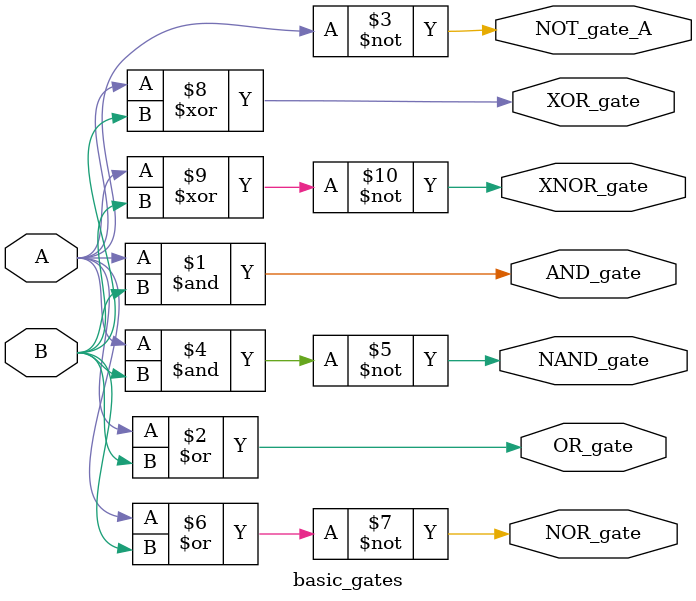
<source format=sv>
module basic_gates(
    input  logic A,
    input  logic B,
    output logic AND_gate,
    output logic OR_gate,
    output logic NOT_gate_A,
    output logic NAND_gate,
    output logic NOR_gate,
    output logic XOR_gate,
    output logic XNOR_gate
);
    assign AND_gate  = A & B;
    assign OR_gate   = A | B;
    assign NOT_gate_A = ~A;
    assign NAND_gate = ~(A & B);
    assign NOR_gate  = ~(A | B);
    assign XOR_gate  = A ^ B;
    assign XNOR_gate = ~(A ^ B);
endmodule

</source>
